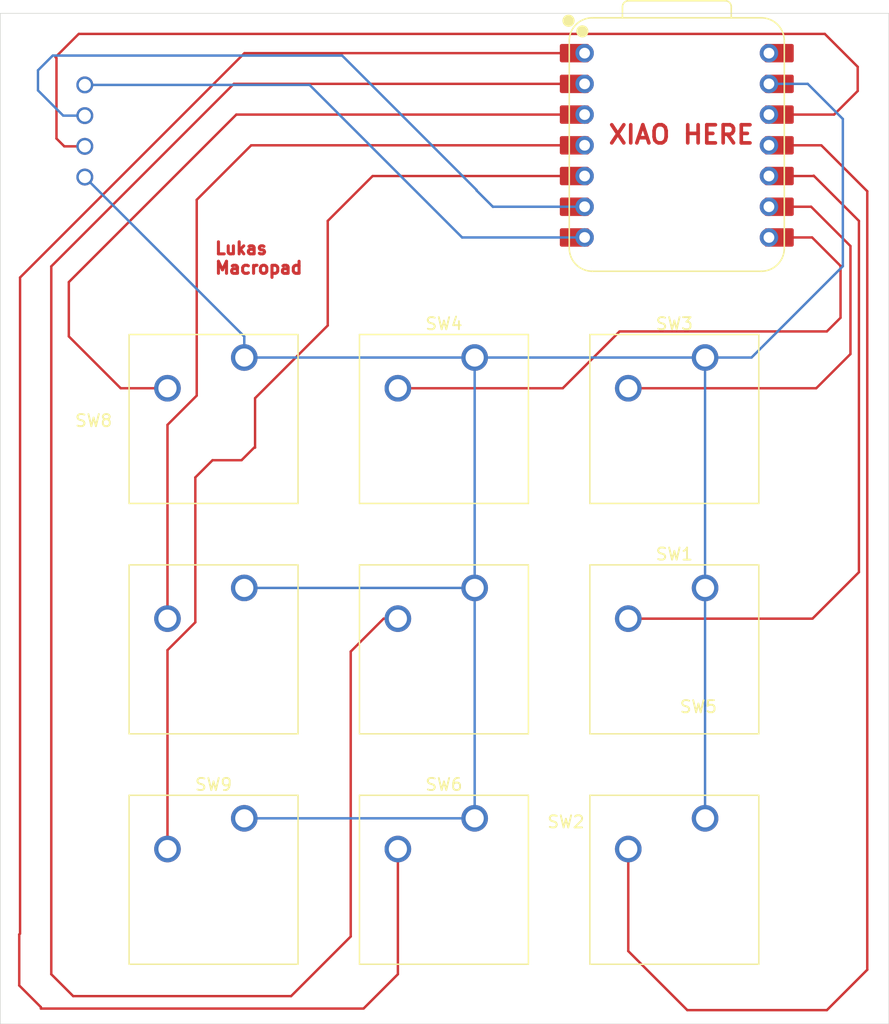
<source format=kicad_pcb>
(kicad_pcb (version 20241229) (generator "pcbnew") (generator_version "9.0")
  (layers (0 "F.Cu" signal) (2 "B.Cu" signal) (13 "F.Paste" user) (15 "B.Paste" user) (5 "F.SilkS" user "F.Silkscreen") (7 "B.SilkS" user "B.Silkscreen") (1 "F.Mask" user) (3 "B.Mask" user) (25 "Edge.Cuts" user))
  (net 0 "")
  (net 1 "GND")
  (net 2 "Net-(U1-GPIO4{slash}MISO)")
  (net 3 "Net-(U1-GPIO3{slash}MOSI)")
  (net 4 "Net-(U1-GPIO2{slash}SCK)")
  (net 5 "Net-(U1-GPIO1{slash}RX)")
  (net 6 "Net-(U1-GPIO27{slash}ADC1{slash}A1)")
  (net 7 "Net-(U1-GPIO26{slash}ADC0{slash}A0)")
  (net 8 "Net-(U1-GPIO28{slash}ADC2{slash}A2)")
  (net 9 "Net-(U1-GPIO29{slash}ADC3{slash}A3)")
  (net 10 "Net-(U1-GPIO6{slash}SDA)")
  (net 11 "Net-(OL1-SDA)")
  (net 12 "+5V")
  (net 13 "Net-(OL1-VCC)")
  (net 14 "Net-(OL1-SCL)")
  (footprint "Button_Switch_Keyboard:SW_Cherry_MX_1.00u_PCB" (layer "F.Cu") (at 95.40875 68.73875)
    (property "Reference" "SW8" (at -12.4575 -13.83025 0) (layer "F.SilkS"))
    (property "Value" "SW_Push")
    (fp_line (start -9.525 -1.905) (end 4.445 -1.905) (stroke (width 0.12)) (layer "F.SilkS"))
    (fp_line (start -9.525 12.065) (end -9.525 -1.905) (stroke (width 0.12)) (layer "F.SilkS"))
    (fp_line (start 4.445 -1.905) (end 4.445 12.065) (stroke (width 0.12)) (layer "F.SilkS"))
    (fp_line (start 4.445 12.065) (end -9.525 12.065) (stroke (width 0.12)) (layer "F.SilkS"))
    (pad "" np_thru_hole circle (at -7.62 5.08) (size 1.7 1.7) (drill 1.7) (layers "*.Cu" "*.Mask"))
    (pad "" np_thru_hole circle (at -2.54 5.08) (size 4 4) (drill 4) (layers "*.Cu" "*.Mask"))
    (pad "" np_thru_hole circle (at 2.54 5.08) (size 1.7 1.7) (drill 1.7) (layers "*.Cu" "*.Mask"))
    (pad "1" thru_hole circle (at 0 0) (size 2.2 2.2) (drill 1.5) (layers "*.Cu" "*.Mask") (net 1 "GND"))
    (pad "2" thru_hole circle (at -6.35 2.54) (size 2.2 2.2) (drill 1.5) (layers "*.Cu" "*.Mask") (net 9 "Net-(U1-GPIO29{slash}ADC3{slash}A3)"))
  )
  (footprint "Button_Switch_Keyboard:SW_Cherry_MX_1.00u_PCB" (layer "F.Cu") (at 114.45875 87.78875)
    (property "Reference" "SW6" (at -2.54 -2.794 0) (layer "F.SilkS"))
    (property "Value" "SW_Push")
    (fp_line (start -9.525 -1.905) (end 4.445 -1.905) (stroke (width 0.12)) (layer "F.SilkS"))
    (fp_line (start -9.525 12.065) (end -9.525 -1.905) (stroke (width 0.12)) (layer "F.SilkS"))
    (fp_line (start 4.445 -1.905) (end 4.445 12.065) (stroke (width 0.12)) (layer "F.SilkS"))
    (fp_line (start 4.445 12.065) (end -9.525 12.065) (stroke (width 0.12)) (layer "F.SilkS"))
    (pad "" np_thru_hole circle (at -7.62 5.08) (size 1.7 1.7) (drill 1.7) (layers "*.Cu" "*.Mask"))
    (pad "" np_thru_hole circle (at -2.54 5.08) (size 4 4) (drill 4) (layers "*.Cu" "*.Mask"))
    (pad "" np_thru_hole circle (at 2.54 5.08) (size 1.7 1.7) (drill 1.7) (layers "*.Cu" "*.Mask"))
    (pad "1" thru_hole circle (at 0 0) (size 2.2 2.2) (drill 1.5) (layers "*.Cu" "*.Mask") (net 1 "GND"))
    (pad "2" thru_hole circle (at -6.35 2.54) (size 2.2 2.2) (drill 1.5) (layers "*.Cu" "*.Mask") (net 7 "Net-(U1-GPIO26{slash}ADC0{slash}A0)"))
  )
  (footprint "OPL:XIAO-RP2040-DIP" (layer "F.Cu") (at 131.17 32.14)
    (property "Reference" "U1" (hide yes))
    (property "Value" "XIAO-RP2040-DIP")
    (fp_line (start -8.89 8.509) (end -8.89 -8.636) (stroke (width 0.127)) (layer "F.SilkS"))
    (fp_line (start -6.985 10.414) (end 6.985 10.414) (stroke (width 0.127)) (layer "F.SilkS"))
    (fp_line (start -4.495 -10.541) (end -4.491272 -11.451272) (stroke (width 0.127)) (layer "F.SilkS"))
    (fp_line (start -3.991272 -11.951) (end 4.004 -11.951) (stroke (width 0.127)) (layer "F.SilkS"))
    (fp_line (start 4.504 -11.451) (end 4.504 -10.541) (stroke (width 0.127)) (layer "F.SilkS"))
    (fp_line (start 6.985 -10.541) (end -6.985 -10.541) (stroke (width 0.1)) (layer "F.SilkS"))
    (fp_line (start 6.985 -10.541) (end -6.985 -10.541) (stroke (width 0.127)) (layer "F.SilkS"))
    (fp_line (start 8.89 8.509) (end 8.89 -8.636) (stroke (width 0.127)) (layer "F.SilkS"))
    (fp_arc (start -8.89 -8.636) (mid -8.332038 -9.983038) (end -6.985 -10.541) (stroke (width 0.127)) (layer "F.SilkS"))
    (fp_arc (start -6.985 10.414) (mid -8.332038 9.856038) (end -8.89 8.509) (stroke (width 0.127)) (layer "F.SilkS"))
    (fp_arc (start -4.491272 -11.451272) (mid -4.344728 -11.80464) (end -3.991272 -11.951) (stroke (width 0.127)) (layer "F.SilkS"))
    (fp_arc (start 4.004 -11.951) (mid 4.357553 -11.804553) (end 4.504 -11.451) (stroke (width 0.127)) (layer "F.SilkS"))
    (fp_arc (start 6.985 -10.541) (mid 8.332038 -9.983038) (end 8.89 -8.636) (stroke (width 0.127)) (layer "F.SilkS"))
    (fp_arc (start 8.89 8.509) (mid 8.332038 9.856038) (end 6.985 10.414) (stroke (width 0.127)) (layer "F.SilkS"))
    (fp_circle (center -8.95 -10.3) (end -8.95 -10.554) (stroke (width 0.5)) (fill yes) (layer "F.SilkS"))
    (fp_circle (center -7.807 -9.42) (end -7.807 -9.674) (stroke (width 0.5)) (fill yes) (layer "F.SilkS"))
    (pad "1" smd roundrect (at -8.455 -7.62 180) (size 2.432 1.524) (layers "F.Cu" "F.Mask") (roundrect_rratio 0.1) (net 7 "Net-(U1-GPIO26{slash}ADC0{slash}A0)"))
    (pad "1" thru_hole circle (at -7.62 -7.62 180) (size 1.524 1.524) (drill 0.889) (layers "*.Cu" "*.Mask") (net 7 "Net-(U1-GPIO26{slash}ADC0{slash}A0)"))
    (pad "2" smd roundrect (at -8.455 -5.08 180) (size 2.432 1.524) (layers "F.Cu" "F.Mask") (roundrect_rratio 0.1) (net 6 "Net-(U1-GPIO27{slash}ADC1{slash}A1)"))
    (pad "2" thru_hole circle (at -7.62 -5.08 180) (size 1.524 1.524) (drill 0.889) (layers "*.Cu" "*.Mask") (net 6 "Net-(U1-GPIO27{slash}ADC1{slash}A1)"))
    (pad "3" smd roundrect (at -8.455 -2.54 180) (size 2.432 1.524) (layers "F.Cu" "F.Mask") (roundrect_rratio 0.1) (net 8 "Net-(U1-GPIO28{slash}ADC2{slash}A2)"))
    (pad "3" thru_hole circle (at -7.62 -2.54 180) (size 1.524 1.524) (drill 0.889) (layers "*.Cu" "*.Mask") (net 8 "Net-(U1-GPIO28{slash}ADC2{slash}A2)"))
    (pad "4" smd roundrect (at -8.455 0 180) (size 2.432 1.524) (layers "F.Cu" "F.Mask") (roundrect_rratio 0.1) (net 9 "Net-(U1-GPIO29{slash}ADC3{slash}A3)"))
    (pad "4" thru_hole circle (at -7.62 0 180) (size 1.524 1.524) (drill 0.889) (layers "*.Cu" "*.Mask") (net 9 "Net-(U1-GPIO29{slash}ADC3{slash}A3)"))
    (pad "5" smd roundrect (at -8.455 2.54 180) (size 2.432 1.524) (layers "F.Cu" "F.Mask") (roundrect_rratio 0.1) (net 10 "Net-(U1-GPIO6{slash}SDA)"))
    (pad "5" thru_hole circle (at -7.62 2.54 180) (size 1.524 1.524) (drill 0.889) (layers "*.Cu" "*.Mask") (net 10 "Net-(U1-GPIO6{slash}SDA)"))
    (pad "6" smd roundrect (at -8.455 5.08 180) (size 2.432 1.524) (layers "F.Cu" "F.Mask") (roundrect_rratio 0.1) (net 14 "Net-(OL1-SCL)"))
    (pad "6" thru_hole circle (at -7.62 5.08 180) (size 1.524 1.524) (drill 0.889) (layers "*.Cu" "*.Mask") (net 14 "Net-(OL1-SCL)"))
    (pad "7" smd roundrect (at -8.455 7.62 180) (size 2.432 1.524) (layers "F.Cu" "F.Mask") (roundrect_rratio 0.1) (net 11 "Net-(OL1-SDA)"))
    (pad "7" thru_hole circle (at -7.62 7.62 180) (size 1.524 1.524) (drill 0.889) (layers "*.Cu" "*.Mask") (net 11 "Net-(OL1-SDA)"))
    (pad "8" thru_hole circle (at 7.62 7.62) (size 1.524 1.524) (drill 0.889) (layers "*.Cu" "*.Mask") (net 5 "Net-(U1-GPIO1{slash}RX)"))
    (pad "8" smd roundrect (at 8.455 7.62) (size 2.432 1.524) (layers "F.Cu" "F.Mask") (roundrect_rratio 0.1) (net 5 "Net-(U1-GPIO1{slash}RX)"))
    (pad "9" thru_hole circle (at 7.62 5.08) (size 1.524 1.524) (drill 0.889) (layers "*.Cu" "*.Mask") (net 4 "Net-(U1-GPIO2{slash}SCK)"))
    (pad "9" smd roundrect (at 8.455 5.08) (size 2.432 1.524) (layers "F.Cu" "F.Mask") (roundrect_rratio 0.1) (net 4 "Net-(U1-GPIO2{slash}SCK)"))
    (pad "10" thru_hole circle (at 7.62 2.54) (size 1.524 1.524) (drill 0.889) (layers "*.Cu" "*.Mask") (net 2 "Net-(U1-GPIO4{slash}MISO)"))
    (pad "10" smd roundrect (at 8.455 2.54) (size 2.432 1.524) (layers "F.Cu" "F.Mask") (roundrect_rratio 0.1) (net 2 "Net-(U1-GPIO4{slash}MISO)"))
    (pad "11" thru_hole circle (at 7.62 0) (size 1.524 1.524) (drill 0.889) (layers "*.Cu" "*.Mask") (net 3 "Net-(U1-GPIO3{slash}MOSI)"))
    (pad "11" smd roundrect (at 8.455 0) (size 2.432 1.524) (layers "F.Cu" "F.Mask") (roundrect_rratio 0.1) (net 3 "Net-(U1-GPIO3{slash}MOSI)"))
    (pad "12" thru_hole circle (at 7.62 -2.54) (size 1.524 1.524) (drill 0.889) (layers "*.Cu" "*.Mask") (net 13 "Net-(OL1-VCC)"))
    (pad "12" smd roundrect (at 8.455 -2.54) (size 2.432 1.524) (layers "F.Cu" "F.Mask") (roundrect_rratio 0.1) (net 13 "Net-(OL1-VCC)"))
    (pad "13" thru_hole circle (at 7.62 -5.08) (size 1.524 1.524) (drill 0.889) (layers "*.Cu" "*.Mask") (net 1 "GND"))
    (pad "13" smd roundrect (at 8.455 -5.08) (size 2.432 1.524) (layers "F.Cu" "F.Mask") (roundrect_rratio 0.1) (net 1 "GND"))
    (pad "14" thru_hole circle (at 7.62 -7.62) (size 1.524 1.524) (drill 0.889) (layers "*.Cu" "*.Mask") (net 12 "+5V"))
    (pad "14" smd roundrect (at 8.455 -7.62) (size 2.432 1.524) (layers "F.Cu" "F.Mask") (roundrect_rratio 0.1) (net 12 "+5V"))
  )
  (footprint "Button_Switch_Keyboard:SW_Cherry_MX_1.00u_PCB" (layer "F.Cu") (at 114.45875 68.73875)
    (property "Reference" "SW5" (at 18.49875 9.8235 0) (layer "F.SilkS"))
    (property "Value" "SW_Push")
    (fp_line (start -9.525 -1.905) (end 4.445 -1.905) (stroke (width 0.12)) (layer "F.SilkS"))
    (fp_line (start -9.525 12.065) (end -9.525 -1.905) (stroke (width 0.12)) (layer "F.SilkS"))
    (fp_line (start 4.445 -1.905) (end 4.445 12.065) (stroke (width 0.12)) (layer "F.SilkS"))
    (fp_line (start 4.445 12.065) (end -9.525 12.065) (stroke (width 0.12)) (layer "F.SilkS"))
    (pad "" np_thru_hole circle (at -7.62 5.08) (size 1.7 1.7) (drill 1.7) (layers "*.Cu" "*.Mask"))
    (pad "" np_thru_hole circle (at -2.54 5.08) (size 4 4) (drill 4) (layers "*.Cu" "*.Mask"))
    (pad "" np_thru_hole circle (at 2.54 5.08) (size 1.7 1.7) (drill 1.7) (layers "*.Cu" "*.Mask"))
    (pad "1" thru_hole circle (at 0 0) (size 2.2 2.2) (drill 1.5) (layers "*.Cu" "*.Mask") (net 1 "GND"))
    (pad "2" thru_hole circle (at -6.35 2.54) (size 2.2 2.2) (drill 1.5) (layers "*.Cu" "*.Mask") (net 6 "Net-(U1-GPIO27{slash}ADC1{slash}A1)"))
  )
  (footprint "Button_Switch_Keyboard:SW_Cherry_MX_1.00u_PCB" (layer "F.Cu") (at 133.50875 68.73875)
    (property "Reference" "SW1" (at -2.54 -2.794 0) (layer "F.SilkS"))
    (property "Value" "SW_Push")
    (fp_line (start -9.525 -1.905) (end 4.445 -1.905) (stroke (width 0.12)) (layer "F.SilkS"))
    (fp_line (start -9.525 12.065) (end -9.525 -1.905) (stroke (width 0.12)) (layer "F.SilkS"))
    (fp_line (start 4.445 -1.905) (end 4.445 12.065) (stroke (width 0.12)) (layer "F.SilkS"))
    (fp_line (start 4.445 12.065) (end -9.525 12.065) (stroke (width 0.12)) (layer "F.SilkS"))
    (pad "" np_thru_hole circle (at -7.62 5.08) (size 1.7 1.7) (drill 1.7) (layers "*.Cu" "*.Mask"))
    (pad "" np_thru_hole circle (at -2.54 5.08) (size 4 4) (drill 4) (layers "*.Cu" "*.Mask"))
    (pad "" np_thru_hole circle (at 2.54 5.08) (size 1.7 1.7) (drill 1.7) (layers "*.Cu" "*.Mask"))
    (pad "1" thru_hole circle (at 0 0) (size 2.2 2.2) (drill 1.5) (layers "*.Cu" "*.Mask") (net 1 "GND"))
    (pad "2" thru_hole circle (at -6.35 2.54) (size 2.2 2.2) (drill 1.5) (layers "*.Cu" "*.Mask") (net 2 "Net-(U1-GPIO4{slash}MISO)"))
  )
  (footprint "Button_Switch_Keyboard:SW_Cherry_MX_1.00u_PCB" (layer "F.Cu") (at 133.50875 87.78875)
    (property "Reference" "SW2" (at -11.505 0.2985 0) (layer "F.SilkS"))
    (property "Value" "SW_Push")
    (fp_line (start -9.525 -1.905) (end 4.445 -1.905) (stroke (width 0.12)) (layer "F.SilkS"))
    (fp_line (start -9.525 12.065) (end -9.525 -1.905) (stroke (width 0.12)) (layer "F.SilkS"))
    (fp_line (start 4.445 -1.905) (end 4.445 12.065) (stroke (width 0.12)) (layer "F.SilkS"))
    (fp_line (start 4.445 12.065) (end -9.525 12.065) (stroke (width 0.12)) (layer "F.SilkS"))
    (pad "" np_thru_hole circle (at -7.62 5.08) (size 1.7 1.7) (drill 1.7) (layers "*.Cu" "*.Mask"))
    (pad "" np_thru_hole circle (at -2.54 5.08) (size 4 4) (drill 4) (layers "*.Cu" "*.Mask"))
    (pad "" np_thru_hole circle (at 2.54 5.08) (size 1.7 1.7) (drill 1.7) (layers "*.Cu" "*.Mask"))
    (pad "1" thru_hole circle (at 0 0) (size 2.2 2.2) (drill 1.5) (layers "*.Cu" "*.Mask") (net 1 "GND"))
    (pad "2" thru_hole circle (at -6.35 2.54) (size 2.2 2.2) (drill 1.5) (layers "*.Cu" "*.Mask") (net 3 "Net-(U1-GPIO3{slash}MOSI)"))
  )
  (footprint "oled:OLED" (layer "F.Cu") (at 82.2225 30.95625 -90)
    (property "Reference" "OL1" (hide yes))
    (property "Value" "OLED" (hide yes))
    (pad "1" thru_hole circle (at -3.81 0 270) (size 1.4 1.4) (drill 1) (layers "*.Cu" "*.Mask") (net 11 "Net-(OL1-SDA)"))
    (pad "2" thru_hole circle (at -1.27 0 270) (size 1.4 1.4) (drill 1) (layers "*.Cu" "*.Mask") (net 14 "Net-(OL1-SCL)"))
    (pad "3" thru_hole circle (at 1.27 0 270) (size 1.4 1.4) (drill 1) (layers "*.Cu" "*.Mask") (net 13 "Net-(OL1-VCC)"))
    (pad "4" thru_hole circle (at 3.81 0 270) (size 1.4 1.4) (drill 1) (layers "*.Cu" "*.Mask") (net 1 "GND"))
  )
  (footprint "Button_Switch_Keyboard:SW_Cherry_MX_1.00u_PCB" (layer "F.Cu") (at 95.40875 87.78875)
    (property "Reference" "SW9" (at -2.54 -2.794 0) (layer "F.SilkS"))
    (property "Value" "SW_Push")
    (fp_line (start -9.525 -1.905) (end 4.445 -1.905) (stroke (width 0.12)) (layer "F.SilkS"))
    (fp_line (start -9.525 12.065) (end -9.525 -1.905) (stroke (width 0.12)) (layer "F.SilkS"))
    (fp_line (start 4.445 -1.905) (end 4.445 12.065) (stroke (width 0.12)) (layer "F.SilkS"))
    (fp_line (start 4.445 12.065) (end -9.525 12.065) (stroke (width 0.12)) (layer "F.SilkS"))
    (pad "" np_thru_hole circle (at -7.62 5.08) (size 1.7 1.7) (drill 1.7) (layers "*.Cu" "*.Mask"))
    (pad "" np_thru_hole circle (at -2.54 5.08) (size 4 4) (drill 4) (layers "*.Cu" "*.Mask"))
    (pad "" np_thru_hole circle (at 2.54 5.08) (size 1.7 1.7) (drill 1.7) (layers "*.Cu" "*.Mask"))
    (pad "1" thru_hole circle (at 0 0) (size 2.2 2.2) (drill 1.5) (layers "*.Cu" "*.Mask") (net 1 "GND"))
    (pad "2" thru_hole circle (at -6.35 2.54) (size 2.2 2.2) (drill 1.5) (layers "*.Cu" "*.Mask") (net 10 "Net-(U1-GPIO6{slash}SDA)"))
  )
  (footprint "Button_Switch_Keyboard:SW_Cherry_MX_1.00u_PCB" (layer "F.Cu") (at 114.45875 49.68875)
    (property "Reference" "SW4" (at -2.54 -2.794 0) (layer "F.SilkS"))
    (property "Value" "SW_Push")
    (fp_line (start -9.525 -1.905) (end 4.445 -1.905) (stroke (width 0.12)) (layer "F.SilkS"))
    (fp_line (start -9.525 12.065) (end -9.525 -1.905) (stroke (width 0.12)) (layer "F.SilkS"))
    (fp_line (start 4.445 -1.905) (end 4.445 12.065) (stroke (width 0.12)) (layer "F.SilkS"))
    (fp_line (start 4.445 12.065) (end -9.525 12.065) (stroke (width 0.12)) (layer "F.SilkS"))
    (pad "" np_thru_hole circle (at -7.62 5.08) (size 1.7 1.7) (drill 1.7) (layers "*.Cu" "*.Mask"))
    (pad "" np_thru_hole circle (at -2.54 5.08) (size 4 4) (drill 4) (layers "*.Cu" "*.Mask"))
    (pad "" np_thru_hole circle (at 2.54 5.08) (size 1.7 1.7) (drill 1.7) (layers "*.Cu" "*.Mask"))
    (pad "1" thru_hole circle (at 0 0) (size 2.2 2.2) (drill 1.5) (layers "*.Cu" "*.Mask") (net 1 "GND"))
    (pad "2" thru_hole circle (at -6.35 2.54) (size 2.2 2.2) (drill 1.5) (layers "*.Cu" "*.Mask") (net 5 "Net-(U1-GPIO1{slash}RX)"))
  )
  (footprint "Button_Switch_Keyboard:SW_Cherry_MX_1.00u_PCB" (layer "F.Cu") (at 95.40875 49.68875)
    (property "Reference" "SW7" (hide yes))
    (property "Value" "SW_Push")
    (fp_line (start -9.525 -1.905) (end 4.445 -1.905) (stroke (width 0.12)) (layer "F.SilkS"))
    (fp_line (start -9.525 12.065) (end -9.525 -1.905) (stroke (width 0.12)) (layer "F.SilkS"))
    (fp_line (start 4.445 -1.905) (end 4.445 12.065) (stroke (width 0.12)) (layer "F.SilkS"))
    (fp_line (start 4.445 12.065) (end -9.525 12.065) (stroke (width 0.12)) (layer "F.SilkS"))
    (pad "" np_thru_hole circle (at -7.62 5.08) (size 1.7 1.7) (drill 1.7) (layers "*.Cu" "*.Mask"))
    (pad "" np_thru_hole circle (at -2.54 5.08) (size 4 4) (drill 4) (layers "*.Cu" "*.Mask"))
    (pad "" np_thru_hole circle (at 2.54 5.08) (size 1.7 1.7) (drill 1.7) (layers "*.Cu" "*.Mask"))
    (pad "1" thru_hole circle (at 0 0) (size 2.2 2.2) (drill 1.5) (layers "*.Cu" "*.Mask") (net 1 "GND"))
    (pad "2" thru_hole circle (at -6.35 2.54) (size 2.2 2.2) (drill 1.5) (layers "*.Cu" "*.Mask") (net 8 "Net-(U1-GPIO28{slash}ADC2{slash}A2)"))
  )
  (footprint "Button_Switch_Keyboard:SW_Cherry_MX_1.00u_PCB" (layer "F.Cu") (at 133.50875 49.68875)
    (property "Reference" "SW3" (at -2.54 -2.794 0) (layer "F.SilkS"))
    (property "Value" "SW_Push")
    (fp_line (start -9.525 -1.905) (end 4.445 -1.905) (stroke (width 0.12)) (layer "F.SilkS"))
    (fp_line (start -9.525 12.065) (end -9.525 -1.905) (stroke (width 0.12)) (layer "F.SilkS"))
    (fp_line (start 4.445 -1.905) (end 4.445 12.065) (stroke (width 0.12)) (layer "F.SilkS"))
    (fp_line (start 4.445 12.065) (end -9.525 12.065) (stroke (width 0.12)) (layer "F.SilkS"))
    (pad "" np_thru_hole circle (at -7.62 5.08) (size 1.7 1.7) (drill 1.7) (layers "*.Cu" "*.Mask"))
    (pad "" np_thru_hole circle (at -2.54 5.08) (size 4 4) (drill 4) (layers "*.Cu" "*.Mask"))
    (pad "" np_thru_hole circle (at 2.54 5.08) (size 1.7 1.7) (drill 1.7) (layers "*.Cu" "*.Mask"))
    (pad "1" thru_hole circle (at 0 0) (size 2.2 2.2) (drill 1.5) (layers "*.Cu" "*.Mask") (net 1 "GND"))
    (pad "2" thru_hole circle (at -6.35 2.54) (size 2.2 2.2) (drill 1.5) (layers "*.Cu" "*.Mask") (net 4 "Net-(U1-GPIO2{slash}SCK)"))
  )
  (gr_rect (start 75.2348 21.22805) (end 148.7043 104.791) (stroke (width 0.05)) (fill no) (layer "Edge.Cuts"))
  (gr_text "Lukas\nMacropad" (at 92.86875 42.8625 0) (layer "F.Cu") (effects (font (size 1 1) (thickness 0.25) (bold yes)) (justify left bottom)))
  (gr_text "XIAO HERE" (at 125.38 32.14 0) (layer "F.Cu") (effects (font (size 1.5 1.5) (thickness 0.3) (bold yes)) (justify left bottom)))
  (segment (start 142 27.06) (end 138.79 27.06) (width 0.2) (layer "B.Cu") (net 1))
  (segment (start 95.40875 47.9525) (end 82.2225 34.76625) (width 0.2) (layer "B.Cu") (net 1))
  (segment (start 95.40875 49.68875) (end 95.40875 47.9525) (width 0.2) (layer "B.Cu") (net 1))
  (segment (start 144.9 29.96) (end 142 27.06) (width 0.2) (layer "B.Cu") (net 1))
  (segment (start 95.40875 68.73875) (end 114.45875 68.73875) (width 0.2) (layer "B.Cu") (net 1))
  (segment (start 144.9 42.14) (end 144.9 29.96) (width 0.2) (layer "B.Cu") (net 1))
  (segment (start 133.50875 49.68875) (end 137.35125 49.68875) (width 0.2) (layer "B.Cu") (net 1))
  (segment (start 133.50875 87.78875) (end 133.50875 68.73875) (width 0.2) (layer "B.Cu") (net 1))
  (segment (start 114.45875 68.73875) (end 114.45875 49.68875) (width 0.2) (layer "B.Cu") (net 1))
  (segment (start 137.35125 49.68875) (end 144.9 42.14) (width 0.2) (layer "B.Cu") (net 1))
  (segment (start 95.40875 87.78875) (end 114.45875 87.78875) (width 0.2) (layer "B.Cu") (net 1))
  (segment (start 95.40875 49.68875) (end 114.45875 49.68875) (width 0.2) (layer "B.Cu") (net 1))
  (segment (start 133.50875 68.73875) (end 133.50875 49.68875) (width 0.2) (layer "B.Cu") (net 1))
  (segment (start 114.45875 49.68875) (end 133.50875 49.68875) (width 0.2) (layer "B.Cu") (net 1))
  (segment (start 114.45875 87.78875) (end 114.45875 68.73875) (width 0.2) (layer "B.Cu") (net 1))
  (segment (start 142.49 34.65) (end 146.23 38.39) (width 0.2) (layer "F.Cu") (net 2))
  (segment (start 142.39125 71.27875) (end 127.15875 71.27875) (width 0.2) (layer "F.Cu") (net 2))
  (segment (start 138.79 34.68) (end 142.46 34.68) (width 0.2) (layer "F.Cu") (net 2))
  (segment (start 146.23 67.44) (end 142.39125 71.27875) (width 0.2) (layer "F.Cu") (net 2))
  (segment (start 146.23 38.39) (end 146.23 67.44) (width 0.2) (layer "F.Cu") (net 2))
  (segment (start 142.46 34.68) (end 142.49 34.65) (width 0.2) (layer "F.Cu") (net 2))
  (segment (start 146.92 35.94) (end 143.12 32.14) (width 0.2) (layer "F.Cu") (net 3))
  (segment (start 127.15875 90.32875) (end 127.15875 98.76875) (width 0.2) (layer "F.Cu") (net 3))
  (segment (start 127.15875 98.76875) (end 132.04 103.65) (width 0.2) (layer "F.Cu") (net 3))
  (segment (start 143.58 103.65) (end 146.92 100.31) (width 0.2) (layer "F.Cu") (net 3))
  (segment (start 146.92 100.31) (end 146.92 35.94) (width 0.2) (layer "F.Cu") (net 3))
  (segment (start 132.04 103.65) (end 143.58 103.65) (width 0.2) (layer "F.Cu") (net 3))
  (segment (start 143.12 32.14) (end 139.625 32.14) (width 0.2) (layer "F.Cu") (net 3))
  (segment (start 145.53 40.47) (end 145.53 49.4) (width 0.2) (layer "F.Cu") (net 4))
  (segment (start 142.28 37.22) (end 145.53 40.47) (width 0.2) (layer "F.Cu") (net 4))
  (segment (start 142.70125 52.22875) (end 127.15875 52.22875) (width 0.2) (layer "F.Cu") (net 4))
  (segment (start 138.79 37.22) (end 142.28 37.22) (width 0.2) (layer "F.Cu") (net 4))
  (segment (start 145.53 49.4) (end 142.70125 52.22875) (width 0.2) (layer "F.Cu") (net 4))
  (segment (start 126.73028 52.22875) (end 127.15875 52.22875) (width 0.2) (layer "B.Cu") (net 4))
  (segment (start 121.74125 52.22875) (end 126.44 47.53) (width 0.2) (layer "F.Cu") (net 5))
  (segment (start 108.10875 52.22875) (end 121.74125 52.22875) (width 0.2) (layer "F.Cu") (net 5))
  (segment (start 143.58 47.53) (end 144.71 46.4) (width 0.2) (layer "F.Cu") (net 5))
  (segment (start 126.44 47.53) (end 143.58 47.53) (width 0.2) (layer "F.Cu") (net 5))
  (segment (start 144.71 46.4) (end 144.71 42.11) (width 0.2) (layer "F.Cu") (net 5))
  (segment (start 144.71 42.11) (end 142.36 39.76) (width 0.2) (layer "F.Cu") (net 5))
  (segment (start 142.36 39.76) (end 138.79 39.76) (width 0.2) (layer "F.Cu") (net 5))
  (segment (start 108.10875 71.27875) (end 106.93125 71.27875) (width 0.2) (layer "F.Cu") (net 6))
  (segment (start 104.21 74) (end 104.21 97.56) (width 0.2) (layer "F.Cu") (net 6))
  (segment (start 99.28 102.49) (end 81.26 102.49) (width 0.2) (layer "F.Cu") (net 6))
  (segment (start 104.21 97.56) (end 99.28 102.49) (width 0.2) (layer "F.Cu") (net 6))
  (segment (start 106.93125 71.27875) (end 104.21 74) (width 0.2) (layer "F.Cu") (net 6))
  (segment (start 94.54 27.06) (end 123.55 27.06) (width 0.2) (layer "F.Cu") (net 6))
  (segment (start 81.26 102.49) (end 79.45 100.68) (width 0.2) (layer "F.Cu") (net 6))
  (segment (start 79.45 42.15) (end 94.54 27.06) (width 0.2) (layer "F.Cu") (net 6))
  (segment (start 79.45 100.68) (end 79.45 42.15) (width 0.2) (layer "F.Cu") (net 6))
  (segment (start 108.10875 90.32875) (end 108.10875 100.68125) (width 0.2) (layer "F.Cu") (net 7))
  (segment (start 78.59 103.4) (end 76.801 101.611) (width 0.2) (layer "F.Cu") (net 7))
  (segment (start 76.87 43.07) (end 95.42 24.52) (width 0.2) (layer "F.Cu") (net 7))
  (segment (start 105.27 103.52) (end 78.59 103.52) (width 0.2) (layer "F.Cu") (net 7))
  (segment (start 76.801 97.39) (end 76.87 97.321) (width 0.2) (layer "F.Cu") (net 7))
  (segment (start 108.10875 100.68125) (end 105.27 103.52) (width 0.2) (layer "F.Cu") (net 7))
  (segment (start 95.42 24.52) (end 123.55 24.52) (width 0.2) (layer "F.Cu") (net 7))
  (segment (start 76.87 97.321) (end 76.87 43.07) (width 0.2) (layer "F.Cu") (net 7))
  (segment (start 76.801 101.611) (end 76.801 97.39) (width 0.2) (layer "F.Cu") (net 7))
  (segment (start 78.59 103.52) (end 78.59 103.4) (width 0.2) (layer "F.Cu") (net 7))
  (segment (start 94.75 29.6) (end 123.55 29.6) (width 0.2) (layer "F.Cu") (net 8))
  (segment (start 80.9 43.45) (end 94.75 29.6) (width 0.2) (layer "F.Cu") (net 8))
  (segment (start 89.05875 52.22875) (end 85.18875 52.22875) (width 0.2) (layer "F.Cu") (net 8))
  (segment (start 85.18875 52.22875) (end 80.9 47.94) (width 0.2) (layer "F.Cu") (net 8))
  (segment (start 80.9 47.94) (end 80.9 43.45) (width 0.2) (layer "F.Cu") (net 8))
  (segment (start 95.98 32.14) (end 123.55 32.14) (width 0.2) (layer "F.Cu") (net 9))
  (segment (start 89.05875 71.27875) (end 89.05875 55.253934) (width 0.2) (layer "F.Cu") (net 9))
  (segment (start 91.476342 36.643658) (end 95.98 32.14) (width 0.2) (layer "F.Cu") (net 9))
  (segment (start 91.476342 52.836342) (end 91.476342 36.643658) (width 0.2) (layer "F.Cu") (net 9))
  (segment (start 89.05875 55.253934) (end 91.476342 52.836342) (width 0.2) (layer "F.Cu") (net 9))
  (segment (start 96.3 57.14) (end 96.3 53.05) (width 0.2) (layer "F.Cu") (net 10))
  (segment (start 96.3 53.05) (end 102.31 47.04) (width 0.2) (layer "F.Cu") (net 10))
  (segment (start 95.18 58.18) (end 96.22 57.14) (width 0.2) (layer "F.Cu") (net 10))
  (segment (start 89.05875 73.88125) (end 91.36 71.58) (width 0.2) (layer "F.Cu") (net 10))
  (segment (start 102.31 47.04) (end 102.31 38.39) (width 0.2) (layer "F.Cu") (net 10))
  (segment (start 91.36 59.602316) (end 92.782316 58.18) (width 0.2) (layer "F.Cu") (net 10))
  (segment (start 106.02 34.68) (end 123.55 34.68) (width 0.2) (layer "F.Cu") (net 10))
  (segment (start 96.22 57.14) (end 96.3 57.14) (width 0.2) (layer "F.Cu") (net 10))
  (segment (start 91.36 71.58) (end 91.36 59.602316) (width 0.2) (layer "F.Cu") (net 10))
  (segment (start 102.31 38.39) (end 106.02 34.68) (width 0.2) (layer "F.Cu") (net 10))
  (segment (start 89.05875 90.32875) (end 89.05875 73.88125) (width 0.2) (layer "F.Cu") (net 10))
  (segment (start 92.782316 58.18) (end 95.18 58.18) (width 0.2) (layer "F.Cu") (net 10))
  (segment (start 82.2225 27.14625) (end 100.80625 27.14625) (width 0.2) (layer "B.Cu") (net 11))
  (segment (start 100.80625 27.14625) (end 113.42 39.76) (width 0.2) (layer "B.Cu") (net 11))
  (segment (start 113.42 39.76) (end 123.55 39.76) (width 0.2) (layer "B.Cu") (net 11))
  (segment (start 79.8 24.85) (end 81.72 22.93) (width 0.2) (layer "F.Cu") (net 13))
  (segment (start 146.13 27.65) (end 144.18 29.6) (width 0.2) (layer "F.Cu") (net 13))
  (segment (start 80.52625 32.22625) (end 79.88 31.58) (width 0.2) (layer "F.Cu") (net 13))
  (segment (start 144.18 29.6) (end 139.625 29.6) (width 0.2) (layer "F.Cu") (net 13))
  (segment (start 143.41 22.93) (end 146.13 25.65) (width 0.2) (layer "F.Cu") (net 13))
  (segment (start 82.2225 32.22625) (end 80.52625 32.22625) (width 0.2) (layer "F.Cu") (net 13))
  (segment (start 79.88 31.58) (end 79.88 24.93) (width 0.2) (layer "F.Cu") (net 13))
  (segment (start 146.13 25.65) (end 146.13 27.65) (width 0.2) (layer "F.Cu") (net 13))
  (segment (start 81.72 22.93) (end 143.41 22.93) (width 0.2) (layer "F.Cu") (net 13))
  (segment (start 79.88 24.93) (end 79.8 24.85) (width 0.2) (layer "F.Cu") (net 13))
  (segment (start 78.35 25.94) (end 79.57 24.72) (width 0.2) (layer "B.Cu") (net 14))
  (segment (start 115.97 37.23) (end 115.98 37.22) (width 0.2) (layer "B.Cu") (net 14))
  (segment (start 82.2225 29.68625) (end 80.43625 29.68625) (width 0.2) (layer "B.Cu") (net 14))
  (segment (start 114.61 35.87) (end 115.97 37.23) (width 0.2) (layer "B.Cu") (net 14))
  (segment (start 78.35 27.6) (end 78.35 25.94) (width 0.2) (layer "B.Cu") (net 14))
  (segment (start 115.98 37.22) (end 123.55 37.22) (width 0.2) (layer "B.Cu") (net 14))
  (segment (start 103.5 24.72) (end 114.61 35.83) (width 0.2) (layer "B.Cu") (net 14))
  (segment (start 114.61 35.83) (end 114.61 35.87) (width 0.2) (layer "B.Cu") (net 14))
  (segment (start 79.57 24.72) (end 103.5 24.72) (width 0.2) (layer "B.Cu") (net 14))
  (segment (start 80.43625 29.68625) (end 78.35 27.6) (width 0.2) (layer "B.Cu") (net 14))
)
</source>
